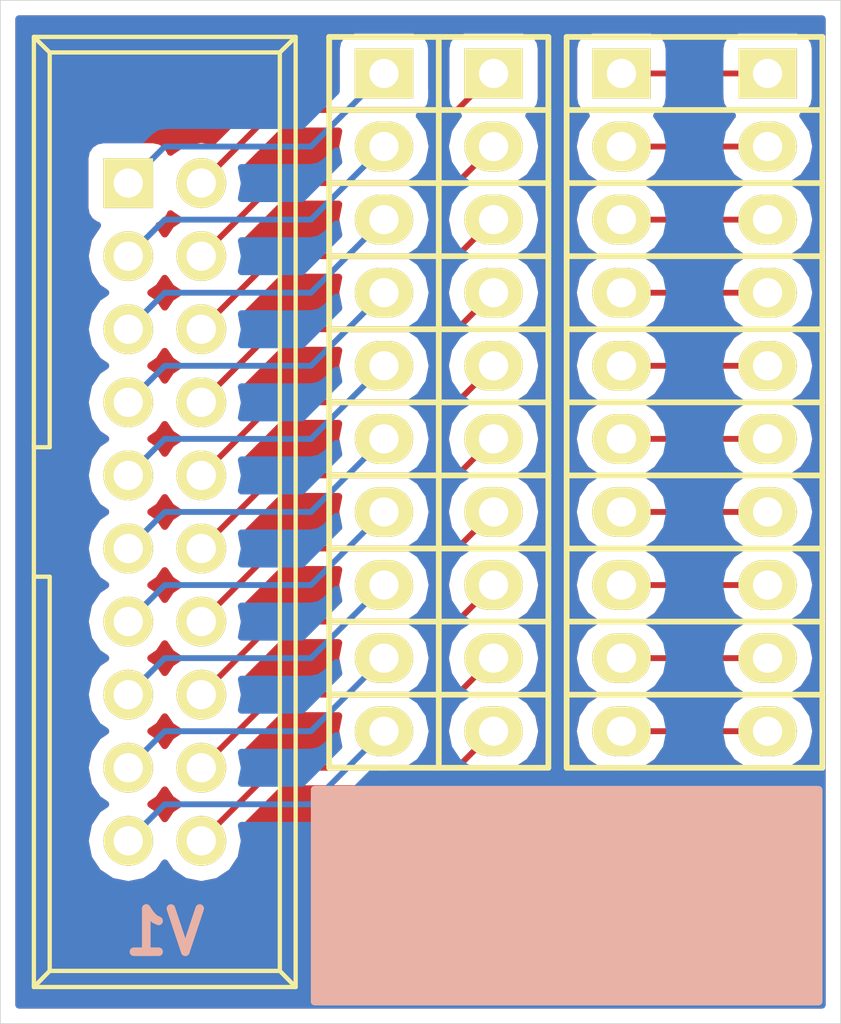
<source format=kicad_pcb>
(kicad_pcb (version 4) (host pcbnew 4.0.2+dfsg1-stable)

  (general
    (links 30)
    (no_connects 0)
    (area 144.132299 73.647299 173.367701 109.232701)
    (thickness 1.6)
    (drawings 32)
    (tracks 70)
    (zones 0)
    (modules 5)
    (nets 31)
  )

  (page A4)
  (layers
    (0 F.Cu signal)
    (31 B.Cu signal)
    (32 B.Adhes user)
    (33 F.Adhes user)
    (34 B.Paste user)
    (35 F.Paste user)
    (36 B.SilkS user)
    (37 F.SilkS user)
    (38 B.Mask user)
    (39 F.Mask user)
    (40 Dwgs.User user)
    (41 Cmts.User user)
    (42 Eco1.User user)
    (43 Eco2.User user)
    (44 Edge.Cuts user)
    (45 Margin user)
    (46 B.CrtYd user)
    (47 F.CrtYd user)
    (48 B.Fab user)
    (49 F.Fab user)
  )

  (setup
    (last_trace_width 0.2032)
    (trace_clearance 0.254)
    (zone_clearance 0.508)
    (zone_45_only no)
    (trace_min 0.2)
    (segment_width 0.2)
    (edge_width 0.0254)
    (via_size 0.6)
    (via_drill 0.4)
    (via_min_size 0.4)
    (via_min_drill 0.3)
    (uvia_size 0.3)
    (uvia_drill 0.1)
    (uvias_allowed no)
    (uvia_min_size 0)
    (uvia_min_drill 0)
    (pcb_text_width 0.3)
    (pcb_text_size 1.5 1.5)
    (mod_edge_width 0.15)
    (mod_text_size 1 1)
    (mod_text_width 0.15)
    (pad_size 1.524 1.524)
    (pad_drill 0.762)
    (pad_to_mask_clearance 0.2)
    (aux_axis_origin 0 0)
    (visible_elements FFFFFF7F)
    (pcbplotparams
      (layerselection 0x010f0_80000001)
      (usegerberextensions false)
      (excludeedgelayer true)
      (linewidth 0.100000)
      (plotframeref false)
      (viasonmask false)
      (mode 1)
      (useauxorigin false)
      (hpglpennumber 1)
      (hpglpenspeed 20)
      (hpglpendiameter 15)
      (hpglpenoverlay 2)
      (psnegative false)
      (psa4output false)
      (plotreference true)
      (plotvalue true)
      (plotinvisibletext false)
      (padsonsilk false)
      (subtractmaskfromsilk false)
      (outputformat 1)
      (mirror false)
      (drillshape 0)
      (scaleselection 1)
      (outputdirectory ""))
  )

  (net 0 "")
  (net 1 /N01)
  (net 2 /N02)
  (net 3 /N03)
  (net 4 /N04)
  (net 5 /N05)
  (net 6 /N06)
  (net 7 /N07)
  (net 8 /N08)
  (net 9 /N09)
  (net 10 /N10)
  (net 11 /N11)
  (net 12 /N12)
  (net 13 /N13)
  (net 14 /N14)
  (net 15 /N15)
  (net 16 /N16)
  (net 17 /N17)
  (net 18 /N18)
  (net 19 /N19)
  (net 20 /N20)
  (net 21 "Net-(P4-Pad1)")
  (net 22 "Net-(P4-Pad2)")
  (net 23 "Net-(P4-Pad3)")
  (net 24 "Net-(P4-Pad4)")
  (net 25 "Net-(P4-Pad5)")
  (net 26 "Net-(P4-Pad6)")
  (net 27 "Net-(P4-Pad7)")
  (net 28 "Net-(P4-Pad8)")
  (net 29 "Net-(P4-Pad9)")
  (net 30 "Net-(P4-Pad10)")

  (net_class Default "This is the default net class."
    (clearance 0.254)
    (trace_width 0.2032)
    (via_dia 0.6)
    (via_drill 0.4)
    (uvia_dia 0.3)
    (uvia_drill 0.1)
    (add_net /N01)
    (add_net /N02)
    (add_net /N03)
    (add_net /N04)
    (add_net /N05)
    (add_net /N06)
    (add_net /N07)
    (add_net /N08)
    (add_net /N09)
    (add_net /N10)
    (add_net /N11)
    (add_net /N12)
    (add_net /N13)
    (add_net /N14)
    (add_net /N15)
    (add_net /N16)
    (add_net /N17)
    (add_net /N18)
    (add_net /N19)
    (add_net /N20)
    (add_net "Net-(P4-Pad1)")
    (add_net "Net-(P4-Pad10)")
    (add_net "Net-(P4-Pad2)")
    (add_net "Net-(P4-Pad3)")
    (add_net "Net-(P4-Pad4)")
    (add_net "Net-(P4-Pad5)")
    (add_net "Net-(P4-Pad6)")
    (add_net "Net-(P4-Pad7)")
    (add_net "Net-(P4-Pad8)")
    (add_net "Net-(P4-Pad9)")
  )

  (module Pin_Headers:Pin_Header_Straight_1x10 (layer F.Cu) (tedit 58764562) (tstamp 5875441B)
    (at 157.48 76.2)
    (descr "Through hole pin header")
    (tags "pin header")
    (path /587545DB)
    (fp_text reference P2 (at 0 11.43) (layer F.SilkS) hide
      (effects (font (size 1 1) (thickness 0.15)))
    )
    (fp_text value CONN_01X10 (at 0 11.43 90) (layer F.Fab) hide
      (effects (font (size 1 1) (thickness 0.15)))
    )
    (fp_line (start -1.75 -1.75) (end -1.75 24.65) (layer F.CrtYd) (width 0.05))
    (fp_line (start 1.75 -1.75) (end 1.75 24.65) (layer F.CrtYd) (width 0.05))
    (fp_line (start -1.75 -1.75) (end 1.75 -1.75) (layer F.CrtYd) (width 0.05))
    (fp_line (start -1.75 24.65) (end 1.75 24.65) (layer F.CrtYd) (width 0.05))
    (pad 1 thru_hole rect (at 0 0) (size 2.032 1.7272) (drill 1.016) (layers *.Cu *.Mask F.SilkS)
      (net 1 /N01))
    (pad 2 thru_hole oval (at 0 2.54) (size 2.032 1.7272) (drill 1.016) (layers *.Cu *.Mask F.SilkS)
      (net 3 /N03))
    (pad 3 thru_hole oval (at 0 5.08) (size 2.032 1.7272) (drill 1.016) (layers *.Cu *.Mask F.SilkS)
      (net 5 /N05))
    (pad 4 thru_hole oval (at 0 7.62) (size 2.032 1.7272) (drill 1.016) (layers *.Cu *.Mask F.SilkS)
      (net 7 /N07))
    (pad 5 thru_hole oval (at 0 10.16) (size 2.032 1.7272) (drill 1.016) (layers *.Cu *.Mask F.SilkS)
      (net 9 /N09))
    (pad 6 thru_hole oval (at 0 12.7) (size 2.032 1.7272) (drill 1.016) (layers *.Cu *.Mask F.SilkS)
      (net 11 /N11))
    (pad 7 thru_hole oval (at 0 15.24) (size 2.032 1.7272) (drill 1.016) (layers *.Cu *.Mask F.SilkS)
      (net 13 /N13))
    (pad 8 thru_hole oval (at 0 17.78) (size 2.032 1.7272) (drill 1.016) (layers *.Cu *.Mask F.SilkS)
      (net 15 /N15))
    (pad 9 thru_hole oval (at 0 20.32) (size 2.032 1.7272) (drill 1.016) (layers *.Cu *.Mask F.SilkS)
      (net 17 /N17))
    (pad 10 thru_hole oval (at 0 22.86) (size 2.032 1.7272) (drill 1.016) (layers *.Cu *.Mask F.SilkS)
      (net 19 /N19))
    (model Pin_Headers.3dshapes/Pin_Header_Straight_1x10.wrl
      (at (xyz 0 -0.45 0))
      (scale (xyz 1 1 1))
      (rotate (xyz 0 0 90))
    )
  )

  (module Pin_Headers:Pin_Header_Straight_1x10 (layer F.Cu) (tedit 58764555) (tstamp 58754428)
    (at 161.29 76.2)
    (descr "Through hole pin header")
    (tags "pin header")
    (path /58754595)
    (fp_text reference P3 (at 0 11.43) (layer F.SilkS) hide
      (effects (font (size 1 1) (thickness 0.15)))
    )
    (fp_text value CONN_01X10 (at 0 11.43 90) (layer F.Fab) hide
      (effects (font (size 1 1) (thickness 0.15)))
    )
    (fp_line (start -1.75 -1.75) (end -1.75 24.65) (layer F.CrtYd) (width 0.05))
    (fp_line (start 1.75 -1.75) (end 1.75 24.65) (layer F.CrtYd) (width 0.05))
    (fp_line (start -1.75 -1.75) (end 1.75 -1.75) (layer F.CrtYd) (width 0.05))
    (fp_line (start -1.75 24.65) (end 1.75 24.65) (layer F.CrtYd) (width 0.05))
    (pad 1 thru_hole rect (at 0 0) (size 2.032 1.7272) (drill 1.016) (layers *.Cu *.Mask F.SilkS)
      (net 2 /N02))
    (pad 2 thru_hole oval (at 0 2.54) (size 2.032 1.7272) (drill 1.016) (layers *.Cu *.Mask F.SilkS)
      (net 4 /N04))
    (pad 3 thru_hole oval (at 0 5.08) (size 2.032 1.7272) (drill 1.016) (layers *.Cu *.Mask F.SilkS)
      (net 6 /N06))
    (pad 4 thru_hole oval (at 0 7.62) (size 2.032 1.7272) (drill 1.016) (layers *.Cu *.Mask F.SilkS)
      (net 8 /N08))
    (pad 5 thru_hole oval (at 0 10.16) (size 2.032 1.7272) (drill 1.016) (layers *.Cu *.Mask F.SilkS)
      (net 10 /N10))
    (pad 6 thru_hole oval (at 0 12.7) (size 2.032 1.7272) (drill 1.016) (layers *.Cu *.Mask F.SilkS)
      (net 12 /N12))
    (pad 7 thru_hole oval (at 0 15.24) (size 2.032 1.7272) (drill 1.016) (layers *.Cu *.Mask F.SilkS)
      (net 14 /N14))
    (pad 8 thru_hole oval (at 0 17.78) (size 2.032 1.7272) (drill 1.016) (layers *.Cu *.Mask F.SilkS)
      (net 16 /N16))
    (pad 9 thru_hole oval (at 0 20.32) (size 2.032 1.7272) (drill 1.016) (layers *.Cu *.Mask F.SilkS)
      (net 18 /N18))
    (pad 10 thru_hole oval (at 0 22.86) (size 2.032 1.7272) (drill 1.016) (layers *.Cu *.Mask F.SilkS)
      (net 20 /N20))
    (model Pin_Headers.3dshapes/Pin_Header_Straight_1x10.wrl
      (at (xyz 0 -0.45 0))
      (scale (xyz 1 1 1))
      (rotate (xyz 0 0 90))
    )
  )

  (module Pin_Headers:Pin_Header_Straight_1x10 (layer F.Cu) (tedit 587545AF) (tstamp 58754442)
    (at 165.735 76.2)
    (descr "Through hole pin header")
    (tags "pin header")
    (path /587546E8)
    (fp_text reference P4 (at 0 11.43) (layer F.SilkS) hide
      (effects (font (size 1 1) (thickness 0.15)))
    )
    (fp_text value CONN_01X10 (at 0 11.43 90) (layer F.Fab) hide
      (effects (font (size 1 1) (thickness 0.15)))
    )
    (fp_line (start -1.75 -1.75) (end -1.75 24.65) (layer F.CrtYd) (width 0.05))
    (fp_line (start 1.75 -1.75) (end 1.75 24.65) (layer F.CrtYd) (width 0.05))
    (fp_line (start -1.75 -1.75) (end 1.75 -1.75) (layer F.CrtYd) (width 0.05))
    (fp_line (start -1.75 24.65) (end 1.75 24.65) (layer F.CrtYd) (width 0.05))
    (pad 1 thru_hole rect (at 0 0) (size 2.032 1.7272) (drill 1.016) (layers *.Cu *.Mask F.SilkS)
      (net 21 "Net-(P4-Pad1)"))
    (pad 2 thru_hole oval (at 0 2.54) (size 2.032 1.7272) (drill 1.016) (layers *.Cu *.Mask F.SilkS)
      (net 22 "Net-(P4-Pad2)"))
    (pad 3 thru_hole oval (at 0 5.08) (size 2.032 1.7272) (drill 1.016) (layers *.Cu *.Mask F.SilkS)
      (net 23 "Net-(P4-Pad3)"))
    (pad 4 thru_hole oval (at 0 7.62) (size 2.032 1.7272) (drill 1.016) (layers *.Cu *.Mask F.SilkS)
      (net 24 "Net-(P4-Pad4)"))
    (pad 5 thru_hole oval (at 0 10.16) (size 2.032 1.7272) (drill 1.016) (layers *.Cu *.Mask F.SilkS)
      (net 25 "Net-(P4-Pad5)"))
    (pad 6 thru_hole oval (at 0 12.7) (size 2.032 1.7272) (drill 1.016) (layers *.Cu *.Mask F.SilkS)
      (net 26 "Net-(P4-Pad6)"))
    (pad 7 thru_hole oval (at 0 15.24) (size 2.032 1.7272) (drill 1.016) (layers *.Cu *.Mask F.SilkS)
      (net 27 "Net-(P4-Pad7)"))
    (pad 8 thru_hole oval (at 0 17.78) (size 2.032 1.7272) (drill 1.016) (layers *.Cu *.Mask F.SilkS)
      (net 28 "Net-(P4-Pad8)"))
    (pad 9 thru_hole oval (at 0 20.32) (size 2.032 1.7272) (drill 1.016) (layers *.Cu *.Mask F.SilkS)
      (net 29 "Net-(P4-Pad9)"))
    (pad 10 thru_hole oval (at 0 22.86) (size 2.032 1.7272) (drill 1.016) (layers *.Cu *.Mask F.SilkS)
      (net 30 "Net-(P4-Pad10)"))
    (model Pin_Headers.3dshapes/Pin_Header_Straight_1x10.wrl
      (at (xyz 0 -0.45 0))
      (scale (xyz 1 1 1))
      (rotate (xyz 0 0 90))
    )
  )

  (module Pin_Headers:Pin_Header_Straight_1x10 (layer F.Cu) (tedit 587544F3) (tstamp 58754450)
    (at 170.815 76.2)
    (descr "Through hole pin header")
    (tags "pin header")
    (path /5875466F)
    (fp_text reference P5 (at 0 11.43) (layer F.SilkS) hide
      (effects (font (size 1 1) (thickness 0.15)))
    )
    (fp_text value CONN_01X10 (at 0 11.43 90) (layer F.Fab) hide
      (effects (font (size 1 1) (thickness 0.15)))
    )
    (fp_line (start -1.75 -1.75) (end -1.75 24.65) (layer F.CrtYd) (width 0.05))
    (fp_line (start 1.75 -1.75) (end 1.75 24.65) (layer F.CrtYd) (width 0.05))
    (fp_line (start -1.75 -1.75) (end 1.75 -1.75) (layer F.CrtYd) (width 0.05))
    (fp_line (start -1.75 24.65) (end 1.75 24.65) (layer F.CrtYd) (width 0.05))
    (pad 1 thru_hole rect (at 0 0) (size 2.032 1.7272) (drill 1.016) (layers *.Cu *.Mask F.SilkS)
      (net 21 "Net-(P4-Pad1)"))
    (pad 2 thru_hole oval (at 0 2.54) (size 2.032 1.7272) (drill 1.016) (layers *.Cu *.Mask F.SilkS)
      (net 22 "Net-(P4-Pad2)"))
    (pad 3 thru_hole oval (at 0 5.08) (size 2.032 1.7272) (drill 1.016) (layers *.Cu *.Mask F.SilkS)
      (net 23 "Net-(P4-Pad3)"))
    (pad 4 thru_hole oval (at 0 7.62) (size 2.032 1.7272) (drill 1.016) (layers *.Cu *.Mask F.SilkS)
      (net 24 "Net-(P4-Pad4)"))
    (pad 5 thru_hole oval (at 0 10.16) (size 2.032 1.7272) (drill 1.016) (layers *.Cu *.Mask F.SilkS)
      (net 25 "Net-(P4-Pad5)"))
    (pad 6 thru_hole oval (at 0 12.7) (size 2.032 1.7272) (drill 1.016) (layers *.Cu *.Mask F.SilkS)
      (net 26 "Net-(P4-Pad6)"))
    (pad 7 thru_hole oval (at 0 15.24) (size 2.032 1.7272) (drill 1.016) (layers *.Cu *.Mask F.SilkS)
      (net 27 "Net-(P4-Pad7)"))
    (pad 8 thru_hole oval (at 0 17.78) (size 2.032 1.7272) (drill 1.016) (layers *.Cu *.Mask F.SilkS)
      (net 28 "Net-(P4-Pad8)"))
    (pad 9 thru_hole oval (at 0 20.32) (size 2.032 1.7272) (drill 1.016) (layers *.Cu *.Mask F.SilkS)
      (net 29 "Net-(P4-Pad9)"))
    (pad 10 thru_hole oval (at 0 22.86) (size 2.032 1.7272) (drill 1.016) (layers *.Cu *.Mask F.SilkS)
      (net 30 "Net-(P4-Pad10)"))
    (model Pin_Headers.3dshapes/Pin_Header_Straight_1x10.wrl
      (at (xyz 0 -0.45 0))
      (scale (xyz 1 1 1))
      (rotate (xyz 0 0 90))
    )
  )

  (module Connect:IDC_Header_Straight_20pins (layer F.Cu) (tedit 5875404B) (tstamp 58754047)
    (at 148.59 80.01 270)
    (descr "20 pins through hole IDC header")
    (tags "IDC header socket VASCH")
    (path /58753B2C)
    (fp_text reference P1 (at 11.43 -7.62 270) (layer F.SilkS) hide
      (effects (font (size 1 1) (thickness 0.15)))
    )
    (fp_text value ARMJTAG20_IDC (at 11.43 1.27 270) (layer F.Fab) hide
      (effects (font (size 1 1) (thickness 0.15)))
    )
    (fp_line (start -5.08 -5.82) (end 27.94 -5.82) (layer F.SilkS) (width 0.15))
    (fp_line (start -4.54 -5.27) (end 27.38 -5.27) (layer F.SilkS) (width 0.15))
    (fp_line (start -5.08 3.28) (end 27.94 3.28) (layer F.SilkS) (width 0.15))
    (fp_line (start -4.54 2.73) (end 9.18 2.73) (layer F.SilkS) (width 0.15))
    (fp_line (start 13.68 2.73) (end 27.38 2.73) (layer F.SilkS) (width 0.15))
    (fp_line (start 9.18 2.73) (end 9.18 3.28) (layer F.SilkS) (width 0.15))
    (fp_line (start 13.68 2.73) (end 13.68 3.28) (layer F.SilkS) (width 0.15))
    (fp_line (start -5.08 -5.82) (end -5.08 3.28) (layer F.SilkS) (width 0.15))
    (fp_line (start -4.54 -5.27) (end -4.54 2.73) (layer F.SilkS) (width 0.15))
    (fp_line (start 27.94 -5.82) (end 27.94 3.28) (layer F.SilkS) (width 0.15))
    (fp_line (start 27.38 -5.27) (end 27.38 2.73) (layer F.SilkS) (width 0.15))
    (fp_line (start -5.08 -5.82) (end -4.54 -5.27) (layer F.SilkS) (width 0.15))
    (fp_line (start 27.94 -5.82) (end 27.38 -5.27) (layer F.SilkS) (width 0.15))
    (fp_line (start -5.08 3.28) (end -4.54 2.73) (layer F.SilkS) (width 0.15))
    (fp_line (start 27.94 3.28) (end 27.38 2.73) (layer F.SilkS) (width 0.15))
    (fp_line (start -5.35 -6.05) (end 28.2 -6.05) (layer F.CrtYd) (width 0.05))
    (fp_line (start 28.2 -6.05) (end 28.2 3.55) (layer F.CrtYd) (width 0.05))
    (fp_line (start 28.2 3.55) (end -5.35 3.55) (layer F.CrtYd) (width 0.05))
    (fp_line (start -5.35 3.55) (end -5.35 -6.05) (layer F.CrtYd) (width 0.05))
    (pad 1 thru_hole rect (at 0 0 270) (size 1.7272 1.7272) (drill 1.016) (layers *.Cu *.Mask F.SilkS)
      (net 1 /N01))
    (pad 2 thru_hole oval (at 0 -2.54 270) (size 1.7272 1.7272) (drill 1.016) (layers *.Cu *.Mask F.SilkS)
      (net 2 /N02))
    (pad 3 thru_hole oval (at 2.54 0 270) (size 1.7272 1.7272) (drill 1.016) (layers *.Cu *.Mask F.SilkS)
      (net 3 /N03))
    (pad 4 thru_hole oval (at 2.54 -2.54 270) (size 1.7272 1.7272) (drill 1.016) (layers *.Cu *.Mask F.SilkS)
      (net 4 /N04))
    (pad 5 thru_hole oval (at 5.08 0 270) (size 1.7272 1.7272) (drill 1.016) (layers *.Cu *.Mask F.SilkS)
      (net 5 /N05))
    (pad 6 thru_hole oval (at 5.08 -2.54 270) (size 1.7272 1.7272) (drill 1.016) (layers *.Cu *.Mask F.SilkS)
      (net 6 /N06))
    (pad 7 thru_hole oval (at 7.62 0 270) (size 1.7272 1.7272) (drill 1.016) (layers *.Cu *.Mask F.SilkS)
      (net 7 /N07))
    (pad 8 thru_hole oval (at 7.62 -2.54 270) (size 1.7272 1.7272) (drill 1.016) (layers *.Cu *.Mask F.SilkS)
      (net 8 /N08))
    (pad 9 thru_hole oval (at 10.16 0 270) (size 1.7272 1.7272) (drill 1.016) (layers *.Cu *.Mask F.SilkS)
      (net 9 /N09))
    (pad 10 thru_hole oval (at 10.16 -2.54 270) (size 1.7272 1.7272) (drill 1.016) (layers *.Cu *.Mask F.SilkS)
      (net 10 /N10))
    (pad 11 thru_hole oval (at 12.7 0 270) (size 1.7272 1.7272) (drill 1.016) (layers *.Cu *.Mask F.SilkS)
      (net 11 /N11))
    (pad 12 thru_hole oval (at 12.7 -2.54 270) (size 1.7272 1.7272) (drill 1.016) (layers *.Cu *.Mask F.SilkS)
      (net 12 /N12))
    (pad 13 thru_hole oval (at 15.24 0 270) (size 1.7272 1.7272) (drill 1.016) (layers *.Cu *.Mask F.SilkS)
      (net 13 /N13))
    (pad 14 thru_hole oval (at 15.24 -2.54 270) (size 1.7272 1.7272) (drill 1.016) (layers *.Cu *.Mask F.SilkS)
      (net 14 /N14))
    (pad 15 thru_hole oval (at 17.78 0 270) (size 1.7272 1.7272) (drill 1.016) (layers *.Cu *.Mask F.SilkS)
      (net 15 /N15))
    (pad 16 thru_hole oval (at 17.78 -2.54 270) (size 1.7272 1.7272) (drill 1.016) (layers *.Cu *.Mask F.SilkS)
      (net 16 /N16))
    (pad 17 thru_hole oval (at 20.32 0 270) (size 1.7272 1.7272) (drill 1.016) (layers *.Cu *.Mask F.SilkS)
      (net 17 /N17))
    (pad 18 thru_hole oval (at 20.32 -2.54 270) (size 1.7272 1.7272) (drill 1.016) (layers *.Cu *.Mask F.SilkS)
      (net 18 /N18))
    (pad 19 thru_hole oval (at 22.86 0 270) (size 1.7272 1.7272) (drill 1.016) (layers *.Cu *.Mask F.SilkS)
      (net 19 /N19))
    (pad 20 thru_hole oval (at 22.86 -2.54 270) (size 1.7272 1.7272) (drill 1.016) (layers *.Cu *.Mask F.SilkS)
      (net 20 /N20))
  )

  (gr_line (start 144.145 109.22) (end 144.145 73.66) (angle 90) (layer Edge.Cuts) (width 0.0254))
  (gr_line (start 173.355 109.22) (end 144.145 109.22) (angle 90) (layer Edge.Cuts) (width 0.0254))
  (gr_line (start 173.355 73.66) (end 173.355 109.22) (angle 90) (layer Edge.Cuts) (width 0.0254))
  (gr_line (start 144.145 73.66) (end 173.355 73.66) (angle 90) (layer Edge.Cuts) (width 0.0254))
  (gr_line (start 155.575 77.47) (end 163.195 77.47) (angle 90) (layer F.SilkS) (width 0.2))
  (gr_line (start 163.195 80.01) (end 155.575 80.01) (angle 90) (layer F.SilkS) (width 0.2))
  (gr_line (start 155.575 82.55) (end 163.195 82.55) (angle 90) (layer F.SilkS) (width 0.2))
  (gr_line (start 163.195 85.09) (end 155.575 85.09) (angle 90) (layer F.SilkS) (width 0.2))
  (gr_line (start 155.575 87.63) (end 163.195 87.63) (angle 90) (layer F.SilkS) (width 0.2))
  (gr_line (start 163.195 90.17) (end 155.575 90.17) (angle 90) (layer F.SilkS) (width 0.2))
  (gr_line (start 155.575 92.71) (end 163.195 92.71) (angle 90) (layer F.SilkS) (width 0.2))
  (gr_line (start 163.195 95.25) (end 155.575 95.25) (angle 90) (layer F.SilkS) (width 0.2))
  (gr_line (start 155.575 97.79) (end 163.195 97.79) (angle 90) (layer F.SilkS) (width 0.2))
  (gr_line (start 159.385 74.93) (end 159.385 100.33) (angle 90) (layer F.SilkS) (width 0.2))
  (gr_line (start 155.575 100.33) (end 155.575 74.93) (angle 90) (layer F.SilkS) (width 0.2))
  (gr_line (start 163.195 100.33) (end 155.575 100.33) (angle 90) (layer F.SilkS) (width 0.2))
  (gr_line (start 163.195 74.93) (end 163.195 100.33) (angle 90) (layer F.SilkS) (width 0.2))
  (gr_line (start 155.575 74.93) (end 163.195 74.93) (angle 90) (layer F.SilkS) (width 0.2))
  (gr_text V1 (at 149.86 106.045) (layer B.SilkS)
    (effects (font (size 1.5 1.5) (thickness 0.3)) (justify mirror))
  )
  (gr_line (start 163.83 100.33) (end 163.83 74.93) (angle 90) (layer F.SilkS) (width 0.2))
  (gr_line (start 172.72 74.93) (end 172.72 100.33) (angle 90) (layer F.SilkS) (width 0.2))
  (gr_line (start 163.83 74.93) (end 172.72 74.93) (angle 90) (layer F.SilkS) (width 0.2))
  (gr_line (start 163.83 100.33) (end 172.72 100.33) (angle 90) (layer F.SilkS) (width 0.2))
  (gr_line (start 172.72 97.79) (end 163.83 97.79) (angle 90) (layer F.SilkS) (width 0.2))
  (gr_line (start 163.83 95.25) (end 172.72 95.25) (angle 90) (layer F.SilkS) (width 0.2))
  (gr_line (start 172.72 92.71) (end 163.83 92.71) (angle 90) (layer F.SilkS) (width 0.2))
  (gr_line (start 172.72 90.17) (end 163.83 90.17) (angle 90) (layer F.SilkS) (width 0.2))
  (gr_line (start 163.83 87.63) (end 172.72 87.63) (angle 90) (layer F.SilkS) (width 0.2))
  (gr_line (start 172.72 85.09) (end 163.83 85.09) (angle 90) (layer F.SilkS) (width 0.2))
  (gr_line (start 163.83 82.55) (end 172.72 82.55) (angle 90) (layer F.SilkS) (width 0.2))
  (gr_line (start 172.72 80.01) (end 163.83 80.01) (angle 90) (layer F.SilkS) (width 0.2))
  (gr_line (start 163.83 77.47) (end 172.72 77.47) (angle 90) (layer F.SilkS) (width 0.2))

  (segment (start 148.59 80.01) (end 149.86 78.74) (width 0.2032) (layer B.Cu) (net 1))
  (segment (start 154.94 78.74) (end 157.48 76.2) (width 0.2032) (layer B.Cu) (net 1) (tstamp 58764455))
  (segment (start 149.86 78.74) (end 154.94 78.74) (width 0.2032) (layer B.Cu) (net 1) (tstamp 58764454))
  (segment (start 161.29 76.2) (end 160.02 77.47) (width 0.2032) (layer F.Cu) (net 2))
  (segment (start 153.67 77.47) (end 151.13 80.01) (width 0.2032) (layer F.Cu) (net 2) (tstamp 58764449))
  (segment (start 160.02 77.47) (end 153.67 77.47) (width 0.2032) (layer F.Cu) (net 2) (tstamp 58764448))
  (segment (start 148.59 82.55) (end 149.86 81.28) (width 0.2032) (layer B.Cu) (net 3))
  (segment (start 154.94 81.28) (end 157.48 78.74) (width 0.2032) (layer B.Cu) (net 3) (tstamp 58764450))
  (segment (start 149.86 81.28) (end 154.94 81.28) (width 0.2032) (layer B.Cu) (net 3) (tstamp 5876444F))
  (segment (start 161.29 78.74) (end 160.02 80.01) (width 0.2032) (layer F.Cu) (net 4))
  (segment (start 153.67 80.01) (end 151.13 82.55) (width 0.2032) (layer F.Cu) (net 4) (tstamp 58764444))
  (segment (start 160.02 80.01) (end 153.67 80.01) (width 0.2032) (layer F.Cu) (net 4) (tstamp 58764443))
  (segment (start 148.59 85.09) (end 149.86 83.82) (width 0.2032) (layer B.Cu) (net 5))
  (segment (start 154.94 83.82) (end 157.48 81.28) (width 0.2032) (layer B.Cu) (net 5) (tstamp 5876445A))
  (segment (start 149.86 83.82) (end 154.94 83.82) (width 0.2032) (layer B.Cu) (net 5) (tstamp 58764459))
  (segment (start 161.29 81.28) (end 160.02 82.55) (width 0.2032) (layer F.Cu) (net 6))
  (segment (start 153.67 82.55) (end 151.13 85.09) (width 0.2032) (layer F.Cu) (net 6) (tstamp 5876443F))
  (segment (start 160.02 82.55) (end 153.67 82.55) (width 0.2032) (layer F.Cu) (net 6) (tstamp 5876443E))
  (segment (start 148.59 87.63) (end 149.86 86.36) (width 0.2032) (layer B.Cu) (net 7))
  (segment (start 154.94 86.36) (end 157.48 83.82) (width 0.2032) (layer B.Cu) (net 7) (tstamp 5876445F))
  (segment (start 149.86 86.36) (end 154.94 86.36) (width 0.2032) (layer B.Cu) (net 7) (tstamp 5876445E))
  (segment (start 161.29 83.82) (end 160.02 85.09) (width 0.2032) (layer F.Cu) (net 8))
  (segment (start 153.67 85.09) (end 151.13 87.63) (width 0.2032) (layer F.Cu) (net 8) (tstamp 5876443A))
  (segment (start 160.02 85.09) (end 153.67 85.09) (width 0.2032) (layer F.Cu) (net 8) (tstamp 58764439))
  (segment (start 148.59 90.17) (end 149.86 88.9) (width 0.2032) (layer B.Cu) (net 9))
  (segment (start 154.94 88.9) (end 157.48 86.36) (width 0.2032) (layer B.Cu) (net 9) (tstamp 58764464))
  (segment (start 149.86 88.9) (end 154.94 88.9) (width 0.2032) (layer B.Cu) (net 9) (tstamp 58764463))
  (segment (start 161.29 86.36) (end 160.02 87.63) (width 0.2032) (layer F.Cu) (net 10))
  (segment (start 153.67 87.63) (end 151.13 90.17) (width 0.2032) (layer F.Cu) (net 10) (tstamp 58764435))
  (segment (start 160.02 87.63) (end 153.67 87.63) (width 0.2032) (layer F.Cu) (net 10) (tstamp 58764434))
  (segment (start 148.59 92.71) (end 149.86 91.44) (width 0.2032) (layer B.Cu) (net 11))
  (segment (start 154.94 91.44) (end 157.48 88.9) (width 0.2032) (layer B.Cu) (net 11) (tstamp 58764469))
  (segment (start 149.86 91.44) (end 154.94 91.44) (width 0.2032) (layer B.Cu) (net 11) (tstamp 58764468))
  (segment (start 161.29 88.9) (end 160.02 90.17) (width 0.2032) (layer F.Cu) (net 12))
  (segment (start 153.67 90.17) (end 151.13 92.71) (width 0.2032) (layer F.Cu) (net 12) (tstamp 58764430))
  (segment (start 160.02 90.17) (end 153.67 90.17) (width 0.2032) (layer F.Cu) (net 12) (tstamp 5876442F))
  (segment (start 148.59 95.25) (end 149.86 93.98) (width 0.2032) (layer B.Cu) (net 13))
  (segment (start 154.94 93.98) (end 157.48 91.44) (width 0.2032) (layer B.Cu) (net 13) (tstamp 5876446E))
  (segment (start 149.86 93.98) (end 154.94 93.98) (width 0.2032) (layer B.Cu) (net 13) (tstamp 5876446D))
  (segment (start 161.29 91.44) (end 160.02 92.71) (width 0.2032) (layer F.Cu) (net 14))
  (segment (start 153.67 92.71) (end 151.13 95.25) (width 0.2032) (layer F.Cu) (net 14) (tstamp 5876442B))
  (segment (start 160.02 92.71) (end 153.67 92.71) (width 0.2032) (layer F.Cu) (net 14) (tstamp 5876442A))
  (segment (start 148.59 97.79) (end 149.86 96.52) (width 0.2032) (layer B.Cu) (net 15))
  (segment (start 154.94 96.52) (end 157.48 93.98) (width 0.2032) (layer B.Cu) (net 15) (tstamp 58764473))
  (segment (start 149.86 96.52) (end 154.94 96.52) (width 0.2032) (layer B.Cu) (net 15) (tstamp 58764472))
  (segment (start 161.29 93.98) (end 160.02 95.25) (width 0.2032) (layer F.Cu) (net 16))
  (segment (start 153.67 95.25) (end 151.13 97.79) (width 0.2032) (layer F.Cu) (net 16) (tstamp 58764424))
  (segment (start 160.02 95.25) (end 153.67 95.25) (width 0.2032) (layer F.Cu) (net 16) (tstamp 58764423))
  (segment (start 148.59 100.33) (end 149.86 99.06) (width 0.2032) (layer B.Cu) (net 17))
  (segment (start 154.94 99.06) (end 157.48 96.52) (width 0.2032) (layer B.Cu) (net 17) (tstamp 58764478))
  (segment (start 149.86 99.06) (end 154.94 99.06) (width 0.2032) (layer B.Cu) (net 17) (tstamp 58764477))
  (segment (start 161.29 96.52) (end 160.02 97.79) (width 0.2032) (layer F.Cu) (net 18))
  (segment (start 153.67 97.79) (end 151.13 100.33) (width 0.2032) (layer F.Cu) (net 18) (tstamp 5876441F))
  (segment (start 160.02 97.79) (end 153.67 97.79) (width 0.2032) (layer F.Cu) (net 18) (tstamp 5876441E))
  (segment (start 148.59 102.87) (end 149.86 101.6) (width 0.2032) (layer B.Cu) (net 19))
  (segment (start 154.94 101.6) (end 157.48 99.06) (width 0.2032) (layer B.Cu) (net 19) (tstamp 5876447D))
  (segment (start 149.86 101.6) (end 154.94 101.6) (width 0.2032) (layer B.Cu) (net 19) (tstamp 5876447C))
  (segment (start 161.29 99.06) (end 160.02 100.33) (width 0.2032) (layer F.Cu) (net 20))
  (segment (start 153.67 100.33) (end 151.13 102.87) (width 0.2032) (layer F.Cu) (net 20) (tstamp 58764482))
  (segment (start 160.02 100.33) (end 153.67 100.33) (width 0.2032) (layer F.Cu) (net 20) (tstamp 58764481))
  (segment (start 170.815 76.2) (end 165.735 76.2) (width 0.2032) (layer F.Cu) (net 21))
  (segment (start 165.735 78.74) (end 170.815 78.74) (width 0.2032) (layer F.Cu) (net 22))
  (segment (start 170.815 81.28) (end 165.735 81.28) (width 0.2032) (layer F.Cu) (net 23))
  (segment (start 165.735 83.82) (end 170.815 83.82) (width 0.2032) (layer F.Cu) (net 24))
  (segment (start 165.735 86.36) (end 170.815 86.36) (width 0.2032) (layer F.Cu) (net 25))
  (segment (start 170.815 88.9) (end 165.735 88.9) (width 0.2032) (layer F.Cu) (net 26))
  (segment (start 165.735 91.44) (end 170.815 91.44) (width 0.2032) (layer F.Cu) (net 27))
  (segment (start 170.815 93.98) (end 165.735 93.98) (width 0.2032) (layer F.Cu) (net 28))
  (segment (start 165.735 96.52) (end 170.815 96.52) (width 0.2032) (layer F.Cu) (net 29))
  (segment (start 165.735 99.06) (end 170.815 99.06) (width 0.2032) (layer F.Cu) (net 30))

  (zone (net 0) (net_name "") (layer F.Cu) (tstamp 58754889) (hatch edge 0.508)
    (connect_pads (clearance 0.508))
    (min_thickness 0.254)
    (fill yes (arc_segments 16) (thermal_gap 0.508) (thermal_bridge_width 0.508))
    (polygon
      (pts
        (xy 173.355 109.22) (xy 144.145 109.22) (xy 144.145 73.66) (xy 173.355 73.66) (xy 173.355 109.22)
      )
    )
    (filled_polygon
      (pts
        (xy 172.7073 108.5723) (xy 144.7927 108.5723) (xy 144.7927 79.1464) (xy 147.07896 79.1464) (xy 147.07896 80.8736)
        (xy 147.123238 81.108917) (xy 147.26231 81.325041) (xy 147.47451 81.470031) (xy 147.518345 81.478908) (xy 147.205474 81.947152)
        (xy 147.0914 82.520641) (xy 147.0914 82.579359) (xy 147.205474 83.152848) (xy 147.53033 83.639029) (xy 147.801172 83.82)
        (xy 147.53033 84.000971) (xy 147.205474 84.487152) (xy 147.0914 85.060641) (xy 147.0914 85.119359) (xy 147.205474 85.692848)
        (xy 147.53033 86.179029) (xy 147.801172 86.36) (xy 147.53033 86.540971) (xy 147.205474 87.027152) (xy 147.0914 87.600641)
        (xy 147.0914 87.659359) (xy 147.205474 88.232848) (xy 147.53033 88.719029) (xy 147.801172 88.9) (xy 147.53033 89.080971)
        (xy 147.205474 89.567152) (xy 147.0914 90.140641) (xy 147.0914 90.199359) (xy 147.205474 90.772848) (xy 147.53033 91.259029)
        (xy 147.801172 91.44) (xy 147.53033 91.620971) (xy 147.205474 92.107152) (xy 147.0914 92.680641) (xy 147.0914 92.739359)
        (xy 147.205474 93.312848) (xy 147.53033 93.799029) (xy 147.801172 93.98) (xy 147.53033 94.160971) (xy 147.205474 94.647152)
        (xy 147.0914 95.220641) (xy 147.0914 95.279359) (xy 147.205474 95.852848) (xy 147.53033 96.339029) (xy 147.801172 96.52)
        (xy 147.53033 96.700971) (xy 147.205474 97.187152) (xy 147.0914 97.760641) (xy 147.0914 97.819359) (xy 147.205474 98.392848)
        (xy 147.53033 98.879029) (xy 147.801172 99.06) (xy 147.53033 99.240971) (xy 147.205474 99.727152) (xy 147.0914 100.300641)
        (xy 147.0914 100.359359) (xy 147.205474 100.932848) (xy 147.53033 101.419029) (xy 147.801172 101.6) (xy 147.53033 101.780971)
        (xy 147.205474 102.267152) (xy 147.0914 102.840641) (xy 147.0914 102.899359) (xy 147.205474 103.472848) (xy 147.53033 103.959029)
        (xy 148.016511 104.283885) (xy 148.59 104.397959) (xy 149.163489 104.283885) (xy 149.64967 103.959029) (xy 149.86 103.644248)
        (xy 150.07033 103.959029) (xy 150.556511 104.283885) (xy 151.13 104.397959) (xy 151.703489 104.283885) (xy 152.18967 103.959029)
        (xy 152.514526 103.472848) (xy 152.6286 102.899359) (xy 152.6286 102.840641) (xy 152.557668 102.484042) (xy 153.97511 101.0666)
        (xy 160.02 101.0666) (xy 160.301885 101.01053) (xy 160.540855 100.850855) (xy 160.878262 100.513448) (xy 161.105255 100.5586)
        (xy 161.474745 100.5586) (xy 162.048234 100.444526) (xy 162.534415 100.11967) (xy 162.859271 99.633489) (xy 162.973345 99.06)
        (xy 162.859271 98.486511) (xy 162.534415 98.00033) (xy 162.219634 97.79) (xy 162.534415 97.57967) (xy 162.859271 97.093489)
        (xy 162.973345 96.52) (xy 162.859271 95.946511) (xy 162.534415 95.46033) (xy 162.219634 95.25) (xy 162.534415 95.03967)
        (xy 162.859271 94.553489) (xy 162.973345 93.98) (xy 162.859271 93.406511) (xy 162.534415 92.92033) (xy 162.219634 92.71)
        (xy 162.534415 92.49967) (xy 162.859271 92.013489) (xy 162.973345 91.44) (xy 162.859271 90.866511) (xy 162.534415 90.38033)
        (xy 162.219634 90.17) (xy 162.534415 89.95967) (xy 162.859271 89.473489) (xy 162.973345 88.9) (xy 162.859271 88.326511)
        (xy 162.534415 87.84033) (xy 162.219634 87.63) (xy 162.534415 87.41967) (xy 162.859271 86.933489) (xy 162.973345 86.36)
        (xy 162.859271 85.786511) (xy 162.534415 85.30033) (xy 162.219634 85.09) (xy 162.534415 84.87967) (xy 162.859271 84.393489)
        (xy 162.973345 83.82) (xy 162.859271 83.246511) (xy 162.534415 82.76033) (xy 162.219634 82.55) (xy 162.534415 82.33967)
        (xy 162.859271 81.853489) (xy 162.973345 81.28) (xy 162.859271 80.706511) (xy 162.534415 80.22033) (xy 162.219634 80.01)
        (xy 162.534415 79.79967) (xy 162.859271 79.313489) (xy 162.973345 78.74) (xy 164.051655 78.74) (xy 164.165729 79.313489)
        (xy 164.490585 79.79967) (xy 164.805366 80.01) (xy 164.490585 80.22033) (xy 164.165729 80.706511) (xy 164.051655 81.28)
        (xy 164.165729 81.853489) (xy 164.490585 82.33967) (xy 164.805366 82.55) (xy 164.490585 82.76033) (xy 164.165729 83.246511)
        (xy 164.051655 83.82) (xy 164.165729 84.393489) (xy 164.490585 84.87967) (xy 164.805366 85.09) (xy 164.490585 85.30033)
        (xy 164.165729 85.786511) (xy 164.051655 86.36) (xy 164.165729 86.933489) (xy 164.490585 87.41967) (xy 164.805366 87.63)
        (xy 164.490585 87.84033) (xy 164.165729 88.326511) (xy 164.051655 88.9) (xy 164.165729 89.473489) (xy 164.490585 89.95967)
        (xy 164.805366 90.17) (xy 164.490585 90.38033) (xy 164.165729 90.866511) (xy 164.051655 91.44) (xy 164.165729 92.013489)
        (xy 164.490585 92.49967) (xy 164.805366 92.71) (xy 164.490585 92.92033) (xy 164.165729 93.406511) (xy 164.051655 93.98)
        (xy 164.165729 94.553489) (xy 164.490585 95.03967) (xy 164.805366 95.25) (xy 164.490585 95.46033) (xy 164.165729 95.946511)
        (xy 164.051655 96.52) (xy 164.165729 97.093489) (xy 164.490585 97.57967) (xy 164.805366 97.79) (xy 164.490585 98.00033)
        (xy 164.165729 98.486511) (xy 164.051655 99.06) (xy 164.165729 99.633489) (xy 164.490585 100.11967) (xy 164.976766 100.444526)
        (xy 165.550255 100.5586) (xy 165.919745 100.5586) (xy 166.493234 100.444526) (xy 166.979415 100.11967) (xy 167.195284 99.7966)
        (xy 169.354716 99.7966) (xy 169.570585 100.11967) (xy 170.056766 100.444526) (xy 170.630255 100.5586) (xy 170.999745 100.5586)
        (xy 171.573234 100.444526) (xy 172.059415 100.11967) (xy 172.384271 99.633489) (xy 172.498345 99.06) (xy 172.384271 98.486511)
        (xy 172.059415 98.00033) (xy 171.744634 97.79) (xy 172.059415 97.57967) (xy 172.384271 97.093489) (xy 172.498345 96.52)
        (xy 172.384271 95.946511) (xy 172.059415 95.46033) (xy 171.744634 95.25) (xy 172.059415 95.03967) (xy 172.384271 94.553489)
        (xy 172.498345 93.98) (xy 172.384271 93.406511) (xy 172.059415 92.92033) (xy 171.744634 92.71) (xy 172.059415 92.49967)
        (xy 172.384271 92.013489) (xy 172.498345 91.44) (xy 172.384271 90.866511) (xy 172.059415 90.38033) (xy 171.744634 90.17)
        (xy 172.059415 89.95967) (xy 172.384271 89.473489) (xy 172.498345 88.9) (xy 172.384271 88.326511) (xy 172.059415 87.84033)
        (xy 171.744634 87.63) (xy 172.059415 87.41967) (xy 172.384271 86.933489) (xy 172.498345 86.36) (xy 172.384271 85.786511)
        (xy 172.059415 85.30033) (xy 171.744634 85.09) (xy 172.059415 84.87967) (xy 172.384271 84.393489) (xy 172.498345 83.82)
        (xy 172.384271 83.246511) (xy 172.059415 82.76033) (xy 171.744634 82.55) (xy 172.059415 82.33967) (xy 172.384271 81.853489)
        (xy 172.498345 81.28) (xy 172.384271 80.706511) (xy 172.059415 80.22033) (xy 171.744634 80.01) (xy 172.059415 79.79967)
        (xy 172.384271 79.313489) (xy 172.498345 78.74) (xy 172.384271 78.166511) (xy 172.059415 77.68033) (xy 172.045087 77.670757)
        (xy 172.066317 77.666762) (xy 172.282441 77.52769) (xy 172.427431 77.31549) (xy 172.47844 77.0636) (xy 172.47844 75.3364)
        (xy 172.434162 75.101083) (xy 172.29509 74.884959) (xy 172.08289 74.739969) (xy 171.831 74.68896) (xy 169.799 74.68896)
        (xy 169.563683 74.733238) (xy 169.347559 74.87231) (xy 169.202569 75.08451) (xy 169.15156 75.3364) (xy 169.15156 75.4634)
        (xy 167.39844 75.4634) (xy 167.39844 75.3364) (xy 167.354162 75.101083) (xy 167.21509 74.884959) (xy 167.00289 74.739969)
        (xy 166.751 74.68896) (xy 164.719 74.68896) (xy 164.483683 74.733238) (xy 164.267559 74.87231) (xy 164.122569 75.08451)
        (xy 164.07156 75.3364) (xy 164.07156 77.0636) (xy 164.115838 77.298917) (xy 164.25491 77.515041) (xy 164.46711 77.660031)
        (xy 164.508439 77.6684) (xy 164.490585 77.68033) (xy 164.165729 78.166511) (xy 164.051655 78.74) (xy 162.973345 78.74)
        (xy 162.859271 78.166511) (xy 162.534415 77.68033) (xy 162.520087 77.670757) (xy 162.541317 77.666762) (xy 162.757441 77.52769)
        (xy 162.902431 77.31549) (xy 162.95344 77.0636) (xy 162.95344 75.3364) (xy 162.909162 75.101083) (xy 162.77009 74.884959)
        (xy 162.55789 74.739969) (xy 162.306 74.68896) (xy 160.274 74.68896) (xy 160.038683 74.733238) (xy 159.822559 74.87231)
        (xy 159.677569 75.08451) (xy 159.62656 75.3364) (xy 159.62656 76.7334) (xy 159.14344 76.7334) (xy 159.14344 75.3364)
        (xy 159.099162 75.101083) (xy 158.96009 74.884959) (xy 158.74789 74.739969) (xy 158.496 74.68896) (xy 156.464 74.68896)
        (xy 156.228683 74.733238) (xy 156.012559 74.87231) (xy 155.867569 75.08451) (xy 155.81656 75.3364) (xy 155.81656 76.7334)
        (xy 153.67 76.7334) (xy 153.388115 76.78947) (xy 153.149145 76.949145) (xy 151.535575 78.562715) (xy 151.13 78.482041)
        (xy 150.556511 78.596115) (xy 150.07033 78.920971) (xy 150.061195 78.934642) (xy 150.056762 78.911083) (xy 149.91769 78.694959)
        (xy 149.70549 78.549969) (xy 149.4536 78.49896) (xy 147.7264 78.49896) (xy 147.491083 78.543238) (xy 147.274959 78.68231)
        (xy 147.129969 78.89451) (xy 147.07896 79.1464) (xy 144.7927 79.1464) (xy 144.7927 74.3077) (xy 172.7073 74.3077)
      )
    )
    (filled_polygon
      (pts
        (xy 150.07033 101.419029) (xy 150.341172 101.6) (xy 150.07033 101.780971) (xy 149.86 102.095752) (xy 149.64967 101.780971)
        (xy 149.378828 101.6) (xy 149.64967 101.419029) (xy 149.86 101.104248)
      )
    )
    (filled_polygon
      (pts
        (xy 155.796655 99.06) (xy 155.902755 99.5934) (xy 153.67 99.5934) (xy 153.388115 99.64947) (xy 153.149145 99.809145)
        (xy 152.6286 100.32969) (xy 152.6286 100.300641) (xy 152.557668 99.944042) (xy 153.97511 98.5266) (xy 155.902755 98.5266)
      )
    )
    (filled_polygon
      (pts
        (xy 159.606655 99.06) (xy 159.712755 99.5934) (xy 159.057245 99.5934) (xy 159.163345 99.06) (xy 159.057245 98.5266)
        (xy 159.712755 98.5266)
      )
    )
    (filled_polygon
      (pts
        (xy 150.07033 98.879029) (xy 150.341172 99.06) (xy 150.07033 99.240971) (xy 149.86 99.555752) (xy 149.64967 99.240971)
        (xy 149.378828 99.06) (xy 149.64967 98.879029) (xy 149.86 98.564248)
      )
    )
    (filled_polygon
      (pts
        (xy 155.796655 96.52) (xy 155.902755 97.0534) (xy 153.67 97.0534) (xy 153.388115 97.10947) (xy 153.149145 97.269145)
        (xy 152.6286 97.78969) (xy 152.6286 97.760641) (xy 152.557668 97.404042) (xy 153.97511 95.9866) (xy 155.902755 95.9866)
      )
    )
    (filled_polygon
      (pts
        (xy 159.606655 96.52) (xy 159.712755 97.0534) (xy 159.057245 97.0534) (xy 159.163345 96.52) (xy 159.057245 95.9866)
        (xy 159.712755 95.9866)
      )
    )
    (filled_polygon
      (pts
        (xy 150.07033 96.339029) (xy 150.341172 96.52) (xy 150.07033 96.700971) (xy 149.86 97.015752) (xy 149.64967 96.700971)
        (xy 149.378828 96.52) (xy 149.64967 96.339029) (xy 149.86 96.024248)
      )
    )
    (filled_polygon
      (pts
        (xy 155.796655 93.98) (xy 155.902755 94.5134) (xy 153.67 94.5134) (xy 153.388115 94.56947) (xy 153.149145 94.729145)
        (xy 152.6286 95.24969) (xy 152.6286 95.220641) (xy 152.557668 94.864042) (xy 153.97511 93.4466) (xy 155.902755 93.4466)
      )
    )
    (filled_polygon
      (pts
        (xy 159.606655 93.98) (xy 159.712755 94.5134) (xy 159.057245 94.5134) (xy 159.163345 93.98) (xy 159.057245 93.4466)
        (xy 159.712755 93.4466)
      )
    )
    (filled_polygon
      (pts
        (xy 150.07033 93.799029) (xy 150.341172 93.98) (xy 150.07033 94.160971) (xy 149.86 94.475752) (xy 149.64967 94.160971)
        (xy 149.378828 93.98) (xy 149.64967 93.799029) (xy 149.86 93.484248)
      )
    )
    (filled_polygon
      (pts
        (xy 155.796655 91.44) (xy 155.902755 91.9734) (xy 153.67 91.9734) (xy 153.388115 92.02947) (xy 153.149145 92.189145)
        (xy 152.6286 92.70969) (xy 152.6286 92.680641) (xy 152.557668 92.324042) (xy 153.97511 90.9066) (xy 155.902755 90.9066)
      )
    )
    (filled_polygon
      (pts
        (xy 159.606655 91.44) (xy 159.712755 91.9734) (xy 159.057245 91.9734) (xy 159.163345 91.44) (xy 159.057245 90.9066)
        (xy 159.712755 90.9066)
      )
    )
    (filled_polygon
      (pts
        (xy 150.07033 91.259029) (xy 150.341172 91.44) (xy 150.07033 91.620971) (xy 149.86 91.935752) (xy 149.64967 91.620971)
        (xy 149.378828 91.44) (xy 149.64967 91.259029) (xy 149.86 90.944248)
      )
    )
    (filled_polygon
      (pts
        (xy 155.796655 88.9) (xy 155.902755 89.4334) (xy 153.67 89.4334) (xy 153.388115 89.48947) (xy 153.149145 89.649145)
        (xy 152.6286 90.16969) (xy 152.6286 90.140641) (xy 152.557668 89.784042) (xy 153.97511 88.3666) (xy 155.902755 88.3666)
      )
    )
    (filled_polygon
      (pts
        (xy 159.606655 88.9) (xy 159.712755 89.4334) (xy 159.057245 89.4334) (xy 159.163345 88.9) (xy 159.057245 88.3666)
        (xy 159.712755 88.3666)
      )
    )
    (filled_polygon
      (pts
        (xy 150.07033 88.719029) (xy 150.341172 88.9) (xy 150.07033 89.080971) (xy 149.86 89.395752) (xy 149.64967 89.080971)
        (xy 149.378828 88.9) (xy 149.64967 88.719029) (xy 149.86 88.404248)
      )
    )
    (filled_polygon
      (pts
        (xy 155.796655 86.36) (xy 155.902755 86.8934) (xy 153.67 86.8934) (xy 153.388115 86.94947) (xy 153.149145 87.109145)
        (xy 152.6286 87.62969) (xy 152.6286 87.600641) (xy 152.557668 87.244042) (xy 153.97511 85.8266) (xy 155.902755 85.8266)
      )
    )
    (filled_polygon
      (pts
        (xy 159.606655 86.36) (xy 159.712755 86.8934) (xy 159.057245 86.8934) (xy 159.163345 86.36) (xy 159.057245 85.8266)
        (xy 159.712755 85.8266)
      )
    )
    (filled_polygon
      (pts
        (xy 150.07033 86.179029) (xy 150.341172 86.36) (xy 150.07033 86.540971) (xy 149.86 86.855752) (xy 149.64967 86.540971)
        (xy 149.378828 86.36) (xy 149.64967 86.179029) (xy 149.86 85.864248)
      )
    )
    (filled_polygon
      (pts
        (xy 155.796655 83.82) (xy 155.902755 84.3534) (xy 153.67 84.3534) (xy 153.388115 84.40947) (xy 153.149145 84.569145)
        (xy 152.6286 85.08969) (xy 152.6286 85.060641) (xy 152.557668 84.704042) (xy 153.97511 83.2866) (xy 155.902755 83.2866)
      )
    )
    (filled_polygon
      (pts
        (xy 159.606655 83.82) (xy 159.712755 84.3534) (xy 159.057245 84.3534) (xy 159.163345 83.82) (xy 159.057245 83.2866)
        (xy 159.712755 83.2866)
      )
    )
    (filled_polygon
      (pts
        (xy 150.07033 83.639029) (xy 150.341172 83.82) (xy 150.07033 84.000971) (xy 149.86 84.315752) (xy 149.64967 84.000971)
        (xy 149.378828 83.82) (xy 149.64967 83.639029) (xy 149.86 83.324248)
      )
    )
    (filled_polygon
      (pts
        (xy 155.796655 81.28) (xy 155.902755 81.8134) (xy 153.67 81.8134) (xy 153.388115 81.86947) (xy 153.149145 82.029145)
        (xy 152.6286 82.54969) (xy 152.6286 82.520641) (xy 152.557668 82.164042) (xy 153.97511 80.7466) (xy 155.902755 80.7466)
      )
    )
    (filled_polygon
      (pts
        (xy 159.606655 81.28) (xy 159.712755 81.8134) (xy 159.057245 81.8134) (xy 159.163345 81.28) (xy 159.057245 80.7466)
        (xy 159.712755 80.7466)
      )
    )
    (filled_polygon
      (pts
        (xy 150.07033 81.099029) (xy 150.341172 81.28) (xy 150.07033 81.460971) (xy 149.86 81.775752) (xy 149.663426 81.481558)
        (xy 149.688917 81.476762) (xy 149.905041 81.33769) (xy 150.050031 81.12549) (xy 150.058864 81.081869)
      )
    )
    (filled_polygon
      (pts
        (xy 155.796655 78.74) (xy 155.902755 79.2734) (xy 153.67 79.2734) (xy 153.388115 79.32947) (xy 153.149145 79.489145)
        (xy 152.6286 80.00969) (xy 152.6286 79.980641) (xy 152.557668 79.624042) (xy 153.97511 78.2066) (xy 155.902755 78.2066)
      )
    )
    (filled_polygon
      (pts
        (xy 159.606655 78.74) (xy 159.712755 79.2734) (xy 159.057245 79.2734) (xy 159.163345 78.74) (xy 159.057245 78.2066)
        (xy 159.712755 78.2066)
      )
    )
    (filled_polygon
      (pts
        (xy 169.570585 97.57967) (xy 169.885366 97.79) (xy 169.570585 98.00033) (xy 169.354716 98.3234) (xy 167.195284 98.3234)
        (xy 166.979415 98.00033) (xy 166.664634 97.79) (xy 166.979415 97.57967) (xy 167.195284 97.2566) (xy 169.354716 97.2566)
      )
    )
    (filled_polygon
      (pts
        (xy 169.570585 95.03967) (xy 169.885366 95.25) (xy 169.570585 95.46033) (xy 169.354716 95.7834) (xy 167.195284 95.7834)
        (xy 166.979415 95.46033) (xy 166.664634 95.25) (xy 166.979415 95.03967) (xy 167.195284 94.7166) (xy 169.354716 94.7166)
      )
    )
    (filled_polygon
      (pts
        (xy 169.570585 92.49967) (xy 169.885366 92.71) (xy 169.570585 92.92033) (xy 169.354716 93.2434) (xy 167.195284 93.2434)
        (xy 166.979415 92.92033) (xy 166.664634 92.71) (xy 166.979415 92.49967) (xy 167.195284 92.1766) (xy 169.354716 92.1766)
      )
    )
    (filled_polygon
      (pts
        (xy 169.570585 89.95967) (xy 169.885366 90.17) (xy 169.570585 90.38033) (xy 169.354716 90.7034) (xy 167.195284 90.7034)
        (xy 166.979415 90.38033) (xy 166.664634 90.17) (xy 166.979415 89.95967) (xy 167.195284 89.6366) (xy 169.354716 89.6366)
      )
    )
    (filled_polygon
      (pts
        (xy 169.570585 87.41967) (xy 169.885366 87.63) (xy 169.570585 87.84033) (xy 169.354716 88.1634) (xy 167.195284 88.1634)
        (xy 166.979415 87.84033) (xy 166.664634 87.63) (xy 166.979415 87.41967) (xy 167.195284 87.0966) (xy 169.354716 87.0966)
      )
    )
    (filled_polygon
      (pts
        (xy 169.570585 84.87967) (xy 169.885366 85.09) (xy 169.570585 85.30033) (xy 169.354716 85.6234) (xy 167.195284 85.6234)
        (xy 166.979415 85.30033) (xy 166.664634 85.09) (xy 166.979415 84.87967) (xy 167.195284 84.5566) (xy 169.354716 84.5566)
      )
    )
    (filled_polygon
      (pts
        (xy 169.570585 82.33967) (xy 169.885366 82.55) (xy 169.570585 82.76033) (xy 169.354716 83.0834) (xy 167.195284 83.0834)
        (xy 166.979415 82.76033) (xy 166.664634 82.55) (xy 166.979415 82.33967) (xy 167.195284 82.0166) (xy 169.354716 82.0166)
      )
    )
    (filled_polygon
      (pts
        (xy 169.570585 79.79967) (xy 169.885366 80.01) (xy 169.570585 80.22033) (xy 169.354716 80.5434) (xy 167.195284 80.5434)
        (xy 166.979415 80.22033) (xy 166.664634 80.01) (xy 166.979415 79.79967) (xy 167.195284 79.4766) (xy 169.354716 79.4766)
      )
    )
    (filled_polygon
      (pts
        (xy 169.15156 77.0636) (xy 169.195838 77.298917) (xy 169.33491 77.515041) (xy 169.54711 77.660031) (xy 169.588439 77.6684)
        (xy 169.570585 77.68033) (xy 169.354716 78.0034) (xy 167.195284 78.0034) (xy 166.979415 77.68033) (xy 166.965087 77.670757)
        (xy 166.986317 77.666762) (xy 167.202441 77.52769) (xy 167.347431 77.31549) (xy 167.39844 77.0636) (xy 167.39844 76.9366)
        (xy 169.15156 76.9366)
      )
    )
  )
  (zone (net 0) (net_name "") (layer F.SilkS) (tstamp 587548D4) (hatch edge 0.508)
    (connect_pads (clearance 0.508))
    (min_thickness 0.254)
    (fill yes (arc_segments 16) (thermal_gap 0.508) (thermal_bridge_width 0.508))
    (polygon
      (pts
        (xy 172.72 108.585) (xy 154.94 108.585) (xy 154.94 100.965) (xy 172.72 100.965) (xy 172.72 108.585)
      )
    )
    (filled_polygon
      (pts
        (xy 172.593 108.458) (xy 155.067 108.458) (xy 155.067 101.092) (xy 172.593 101.092)
      )
    )
  )
  (zone (net 0) (net_name "") (layer B.Cu) (tstamp 58754889) (hatch edge 0.508)
    (connect_pads (clearance 0.508))
    (min_thickness 0.254)
    (fill yes (arc_segments 16) (thermal_gap 0.508) (thermal_bridge_width 0.508))
    (polygon
      (pts
        (xy 173.355 109.22) (xy 144.145 109.22) (xy 144.145 73.66) (xy 173.355 73.66) (xy 173.355 109.22)
      )
    )
    (filled_polygon
      (pts
        (xy 172.7073 108.5723) (xy 144.7927 108.5723) (xy 144.7927 79.1464) (xy 147.07896 79.1464) (xy 147.07896 80.8736)
        (xy 147.123238 81.108917) (xy 147.26231 81.325041) (xy 147.47451 81.470031) (xy 147.518345 81.478908) (xy 147.205474 81.947152)
        (xy 147.0914 82.520641) (xy 147.0914 82.579359) (xy 147.205474 83.152848) (xy 147.53033 83.639029) (xy 147.801172 83.82)
        (xy 147.53033 84.000971) (xy 147.205474 84.487152) (xy 147.0914 85.060641) (xy 147.0914 85.119359) (xy 147.205474 85.692848)
        (xy 147.53033 86.179029) (xy 147.801172 86.36) (xy 147.53033 86.540971) (xy 147.205474 87.027152) (xy 147.0914 87.600641)
        (xy 147.0914 87.659359) (xy 147.205474 88.232848) (xy 147.53033 88.719029) (xy 147.801172 88.9) (xy 147.53033 89.080971)
        (xy 147.205474 89.567152) (xy 147.0914 90.140641) (xy 147.0914 90.199359) (xy 147.205474 90.772848) (xy 147.53033 91.259029)
        (xy 147.801172 91.44) (xy 147.53033 91.620971) (xy 147.205474 92.107152) (xy 147.0914 92.680641) (xy 147.0914 92.739359)
        (xy 147.205474 93.312848) (xy 147.53033 93.799029) (xy 147.801172 93.98) (xy 147.53033 94.160971) (xy 147.205474 94.647152)
        (xy 147.0914 95.220641) (xy 147.0914 95.279359) (xy 147.205474 95.852848) (xy 147.53033 96.339029) (xy 147.801172 96.52)
        (xy 147.53033 96.700971) (xy 147.205474 97.187152) (xy 147.0914 97.760641) (xy 147.0914 97.819359) (xy 147.205474 98.392848)
        (xy 147.53033 98.879029) (xy 147.801172 99.06) (xy 147.53033 99.240971) (xy 147.205474 99.727152) (xy 147.0914 100.300641)
        (xy 147.0914 100.359359) (xy 147.205474 100.932848) (xy 147.53033 101.419029) (xy 147.801172 101.6) (xy 147.53033 101.780971)
        (xy 147.205474 102.267152) (xy 147.0914 102.840641) (xy 147.0914 102.899359) (xy 147.205474 103.472848) (xy 147.53033 103.959029)
        (xy 148.016511 104.283885) (xy 148.59 104.397959) (xy 149.163489 104.283885) (xy 149.64967 103.959029) (xy 149.86 103.644248)
        (xy 150.07033 103.959029) (xy 150.556511 104.283885) (xy 151.13 104.397959) (xy 151.703489 104.283885) (xy 152.18967 103.959029)
        (xy 152.514526 103.472848) (xy 152.6286 102.899359) (xy 152.6286 102.840641) (xy 152.52834 102.3366) (xy 154.94 102.3366)
        (xy 155.221885 102.28053) (xy 155.460855 102.120855) (xy 157.068262 100.513448) (xy 157.295255 100.5586) (xy 157.664745 100.5586)
        (xy 158.238234 100.444526) (xy 158.724415 100.11967) (xy 159.049271 99.633489) (xy 159.163345 99.06) (xy 159.049271 98.486511)
        (xy 158.724415 98.00033) (xy 158.409634 97.79) (xy 158.724415 97.57967) (xy 159.049271 97.093489) (xy 159.163345 96.52)
        (xy 159.049271 95.946511) (xy 158.724415 95.46033) (xy 158.409634 95.25) (xy 158.724415 95.03967) (xy 159.049271 94.553489)
        (xy 159.163345 93.98) (xy 159.049271 93.406511) (xy 158.724415 92.92033) (xy 158.409634 92.71) (xy 158.724415 92.49967)
        (xy 159.049271 92.013489) (xy 159.163345 91.44) (xy 159.049271 90.866511) (xy 158.724415 90.38033) (xy 158.409634 90.17)
        (xy 158.724415 89.95967) (xy 159.049271 89.473489) (xy 159.163345 88.9) (xy 159.049271 88.326511) (xy 158.724415 87.84033)
        (xy 158.409634 87.63) (xy 158.724415 87.41967) (xy 159.049271 86.933489) (xy 159.163345 86.36) (xy 159.049271 85.786511)
        (xy 158.724415 85.30033) (xy 158.409634 85.09) (xy 158.724415 84.87967) (xy 159.049271 84.393489) (xy 159.163345 83.82)
        (xy 159.049271 83.246511) (xy 158.724415 82.76033) (xy 158.409634 82.55) (xy 158.724415 82.33967) (xy 159.049271 81.853489)
        (xy 159.163345 81.28) (xy 159.049271 80.706511) (xy 158.724415 80.22033) (xy 158.409634 80.01) (xy 158.724415 79.79967)
        (xy 159.049271 79.313489) (xy 159.163345 78.74) (xy 159.606655 78.74) (xy 159.720729 79.313489) (xy 160.045585 79.79967)
        (xy 160.360366 80.01) (xy 160.045585 80.22033) (xy 159.720729 80.706511) (xy 159.606655 81.28) (xy 159.720729 81.853489)
        (xy 160.045585 82.33967) (xy 160.360366 82.55) (xy 160.045585 82.76033) (xy 159.720729 83.246511) (xy 159.606655 83.82)
        (xy 159.720729 84.393489) (xy 160.045585 84.87967) (xy 160.360366 85.09) (xy 160.045585 85.30033) (xy 159.720729 85.786511)
        (xy 159.606655 86.36) (xy 159.720729 86.933489) (xy 160.045585 87.41967) (xy 160.360366 87.63) (xy 160.045585 87.84033)
        (xy 159.720729 88.326511) (xy 159.606655 88.9) (xy 159.720729 89.473489) (xy 160.045585 89.95967) (xy 160.360366 90.17)
        (xy 160.045585 90.38033) (xy 159.720729 90.866511) (xy 159.606655 91.44) (xy 159.720729 92.013489) (xy 160.045585 92.49967)
        (xy 160.360366 92.71) (xy 160.045585 92.92033) (xy 159.720729 93.406511) (xy 159.606655 93.98) (xy 159.720729 94.553489)
        (xy 160.045585 95.03967) (xy 160.360366 95.25) (xy 160.045585 95.46033) (xy 159.720729 95.946511) (xy 159.606655 96.52)
        (xy 159.720729 97.093489) (xy 160.045585 97.57967) (xy 160.360366 97.79) (xy 160.045585 98.00033) (xy 159.720729 98.486511)
        (xy 159.606655 99.06) (xy 159.720729 99.633489) (xy 160.045585 100.11967) (xy 160.531766 100.444526) (xy 161.105255 100.5586)
        (xy 161.474745 100.5586) (xy 162.048234 100.444526) (xy 162.534415 100.11967) (xy 162.859271 99.633489) (xy 162.973345 99.06)
        (xy 162.859271 98.486511) (xy 162.534415 98.00033) (xy 162.219634 97.79) (xy 162.534415 97.57967) (xy 162.859271 97.093489)
        (xy 162.973345 96.52) (xy 162.859271 95.946511) (xy 162.534415 95.46033) (xy 162.219634 95.25) (xy 162.534415 95.03967)
        (xy 162.859271 94.553489) (xy 162.973345 93.98) (xy 162.859271 93.406511) (xy 162.534415 92.92033) (xy 162.219634 92.71)
        (xy 162.534415 92.49967) (xy 162.859271 92.013489) (xy 162.973345 91.44) (xy 162.859271 90.866511) (xy 162.534415 90.38033)
        (xy 162.219634 90.17) (xy 162.534415 89.95967) (xy 162.859271 89.473489) (xy 162.973345 88.9) (xy 162.859271 88.326511)
        (xy 162.534415 87.84033) (xy 162.219634 87.63) (xy 162.534415 87.41967) (xy 162.859271 86.933489) (xy 162.973345 86.36)
        (xy 162.859271 85.786511) (xy 162.534415 85.30033) (xy 162.219634 85.09) (xy 162.534415 84.87967) (xy 162.859271 84.393489)
        (xy 162.973345 83.82) (xy 162.859271 83.246511) (xy 162.534415 82.76033) (xy 162.219634 82.55) (xy 162.534415 82.33967)
        (xy 162.859271 81.853489) (xy 162.973345 81.28) (xy 162.859271 80.706511) (xy 162.534415 80.22033) (xy 162.219634 80.01)
        (xy 162.534415 79.79967) (xy 162.859271 79.313489) (xy 162.973345 78.74) (xy 164.051655 78.74) (xy 164.165729 79.313489)
        (xy 164.490585 79.79967) (xy 164.805366 80.01) (xy 164.490585 80.22033) (xy 164.165729 80.706511) (xy 164.051655 81.28)
        (xy 164.165729 81.853489) (xy 164.490585 82.33967) (xy 164.805366 82.55) (xy 164.490585 82.76033) (xy 164.165729 83.246511)
        (xy 164.051655 83.82) (xy 164.165729 84.393489) (xy 164.490585 84.87967) (xy 164.805366 85.09) (xy 164.490585 85.30033)
        (xy 164.165729 85.786511) (xy 164.051655 86.36) (xy 164.165729 86.933489) (xy 164.490585 87.41967) (xy 164.805366 87.63)
        (xy 164.490585 87.84033) (xy 164.165729 88.326511) (xy 164.051655 88.9) (xy 164.165729 89.473489) (xy 164.490585 89.95967)
        (xy 164.805366 90.17) (xy 164.490585 90.38033) (xy 164.165729 90.866511) (xy 164.051655 91.44) (xy 164.165729 92.013489)
        (xy 164.490585 92.49967) (xy 164.805366 92.71) (xy 164.490585 92.92033) (xy 164.165729 93.406511) (xy 164.051655 93.98)
        (xy 164.165729 94.553489) (xy 164.490585 95.03967) (xy 164.805366 95.25) (xy 164.490585 95.46033) (xy 164.165729 95.946511)
        (xy 164.051655 96.52) (xy 164.165729 97.093489) (xy 164.490585 97.57967) (xy 164.805366 97.79) (xy 164.490585 98.00033)
        (xy 164.165729 98.486511) (xy 164.051655 99.06) (xy 164.165729 99.633489) (xy 164.490585 100.11967) (xy 164.976766 100.444526)
        (xy 165.550255 100.5586) (xy 165.919745 100.5586) (xy 166.493234 100.444526) (xy 166.979415 100.11967) (xy 167.304271 99.633489)
        (xy 167.418345 99.06) (xy 167.304271 98.486511) (xy 166.979415 98.00033) (xy 166.664634 97.79) (xy 166.979415 97.57967)
        (xy 167.304271 97.093489) (xy 167.418345 96.52) (xy 167.304271 95.946511) (xy 166.979415 95.46033) (xy 166.664634 95.25)
        (xy 166.979415 95.03967) (xy 167.304271 94.553489) (xy 167.418345 93.98) (xy 167.304271 93.406511) (xy 166.979415 92.92033)
        (xy 166.664634 92.71) (xy 166.979415 92.49967) (xy 167.304271 92.013489) (xy 167.418345 91.44) (xy 167.304271 90.866511)
        (xy 166.979415 90.38033) (xy 166.664634 90.17) (xy 166.979415 89.95967) (xy 167.304271 89.473489) (xy 167.418345 88.9)
        (xy 167.304271 88.326511) (xy 166.979415 87.84033) (xy 166.664634 87.63) (xy 166.979415 87.41967) (xy 167.304271 86.933489)
        (xy 167.418345 86.36) (xy 167.304271 85.786511) (xy 166.979415 85.30033) (xy 166.664634 85.09) (xy 166.979415 84.87967)
        (xy 167.304271 84.393489) (xy 167.418345 83.82) (xy 167.304271 83.246511) (xy 166.979415 82.76033) (xy 166.664634 82.55)
        (xy 166.979415 82.33967) (xy 167.304271 81.853489) (xy 167.418345 81.28) (xy 167.304271 80.706511) (xy 166.979415 80.22033)
        (xy 166.664634 80.01) (xy 166.979415 79.79967) (xy 167.304271 79.313489) (xy 167.418345 78.74) (xy 169.131655 78.74)
        (xy 169.245729 79.313489) (xy 169.570585 79.79967) (xy 169.885366 80.01) (xy 169.570585 80.22033) (xy 169.245729 80.706511)
        (xy 169.131655 81.28) (xy 169.245729 81.853489) (xy 169.570585 82.33967) (xy 169.885366 82.55) (xy 169.570585 82.76033)
        (xy 169.245729 83.246511) (xy 169.131655 83.82) (xy 169.245729 84.393489) (xy 169.570585 84.87967) (xy 169.885366 85.09)
        (xy 169.570585 85.30033) (xy 169.245729 85.786511) (xy 169.131655 86.36) (xy 169.245729 86.933489) (xy 169.570585 87.41967)
        (xy 169.885366 87.63) (xy 169.570585 87.84033) (xy 169.245729 88.326511) (xy 169.131655 88.9) (xy 169.245729 89.473489)
        (xy 169.570585 89.95967) (xy 169.885366 90.17) (xy 169.570585 90.38033) (xy 169.245729 90.866511) (xy 169.131655 91.44)
        (xy 169.245729 92.013489) (xy 169.570585 92.49967) (xy 169.885366 92.71) (xy 169.570585 92.92033) (xy 169.245729 93.406511)
        (xy 169.131655 93.98) (xy 169.245729 94.553489) (xy 169.570585 95.03967) (xy 169.885366 95.25) (xy 169.570585 95.46033)
        (xy 169.245729 95.946511) (xy 169.131655 96.52) (xy 169.245729 97.093489) (xy 169.570585 97.57967) (xy 169.885366 97.79)
        (xy 169.570585 98.00033) (xy 169.245729 98.486511) (xy 169.131655 99.06) (xy 169.245729 99.633489) (xy 169.570585 100.11967)
        (xy 170.056766 100.444526) (xy 170.630255 100.5586) (xy 170.999745 100.5586) (xy 171.573234 100.444526) (xy 172.059415 100.11967)
        (xy 172.384271 99.633489) (xy 172.498345 99.06) (xy 172.384271 98.486511) (xy 172.059415 98.00033) (xy 171.744634 97.79)
        (xy 172.059415 97.57967) (xy 172.384271 97.093489) (xy 172.498345 96.52) (xy 172.384271 95.946511) (xy 172.059415 95.46033)
        (xy 171.744634 95.25) (xy 172.059415 95.03967) (xy 172.384271 94.553489) (xy 172.498345 93.98) (xy 172.384271 93.406511)
        (xy 172.059415 92.92033) (xy 171.744634 92.71) (xy 172.059415 92.49967) (xy 172.384271 92.013489) (xy 172.498345 91.44)
        (xy 172.384271 90.866511) (xy 172.059415 90.38033) (xy 171.744634 90.17) (xy 172.059415 89.95967) (xy 172.384271 89.473489)
        (xy 172.498345 88.9) (xy 172.384271 88.326511) (xy 172.059415 87.84033) (xy 171.744634 87.63) (xy 172.059415 87.41967)
        (xy 172.384271 86.933489) (xy 172.498345 86.36) (xy 172.384271 85.786511) (xy 172.059415 85.30033) (xy 171.744634 85.09)
        (xy 172.059415 84.87967) (xy 172.384271 84.393489) (xy 172.498345 83.82) (xy 172.384271 83.246511) (xy 172.059415 82.76033)
        (xy 171.744634 82.55) (xy 172.059415 82.33967) (xy 172.384271 81.853489) (xy 172.498345 81.28) (xy 172.384271 80.706511)
        (xy 172.059415 80.22033) (xy 171.744634 80.01) (xy 172.059415 79.79967) (xy 172.384271 79.313489) (xy 172.498345 78.74)
        (xy 172.384271 78.166511) (xy 172.059415 77.68033) (xy 172.045087 77.670757) (xy 172.066317 77.666762) (xy 172.282441 77.52769)
        (xy 172.427431 77.31549) (xy 172.47844 77.0636) (xy 172.47844 75.3364) (xy 172.434162 75.101083) (xy 172.29509 74.884959)
        (xy 172.08289 74.739969) (xy 171.831 74.68896) (xy 169.799 74.68896) (xy 169.563683 74.733238) (xy 169.347559 74.87231)
        (xy 169.202569 75.08451) (xy 169.15156 75.3364) (xy 169.15156 77.0636) (xy 169.195838 77.298917) (xy 169.33491 77.515041)
        (xy 169.54711 77.660031) (xy 169.588439 77.6684) (xy 169.570585 77.68033) (xy 169.245729 78.166511) (xy 169.131655 78.74)
        (xy 167.418345 78.74) (xy 167.304271 78.166511) (xy 166.979415 77.68033) (xy 166.965087 77.670757) (xy 166.986317 77.666762)
        (xy 167.202441 77.52769) (xy 167.347431 77.31549) (xy 167.39844 77.0636) (xy 167.39844 75.3364) (xy 167.354162 75.101083)
        (xy 167.21509 74.884959) (xy 167.00289 74.739969) (xy 166.751 74.68896) (xy 164.719 74.68896) (xy 164.483683 74.733238)
        (xy 164.267559 74.87231) (xy 164.122569 75.08451) (xy 164.07156 75.3364) (xy 164.07156 77.0636) (xy 164.115838 77.298917)
        (xy 164.25491 77.515041) (xy 164.46711 77.660031) (xy 164.508439 77.6684) (xy 164.490585 77.68033) (xy 164.165729 78.166511)
        (xy 164.051655 78.74) (xy 162.973345 78.74) (xy 162.859271 78.166511) (xy 162.534415 77.68033) (xy 162.520087 77.670757)
        (xy 162.541317 77.666762) (xy 162.757441 77.52769) (xy 162.902431 77.31549) (xy 162.95344 77.0636) (xy 162.95344 75.3364)
        (xy 162.909162 75.101083) (xy 162.77009 74.884959) (xy 162.55789 74.739969) (xy 162.306 74.68896) (xy 160.274 74.68896)
        (xy 160.038683 74.733238) (xy 159.822559 74.87231) (xy 159.677569 75.08451) (xy 159.62656 75.3364) (xy 159.62656 77.0636)
        (xy 159.670838 77.298917) (xy 159.80991 77.515041) (xy 160.02211 77.660031) (xy 160.063439 77.6684) (xy 160.045585 77.68033)
        (xy 159.720729 78.166511) (xy 159.606655 78.74) (xy 159.163345 78.74) (xy 159.049271 78.166511) (xy 158.724415 77.68033)
        (xy 158.710087 77.670757) (xy 158.731317 77.666762) (xy 158.947441 77.52769) (xy 159.092431 77.31549) (xy 159.14344 77.0636)
        (xy 159.14344 75.3364) (xy 159.099162 75.101083) (xy 158.96009 74.884959) (xy 158.74789 74.739969) (xy 158.496 74.68896)
        (xy 156.464 74.68896) (xy 156.228683 74.733238) (xy 156.012559 74.87231) (xy 155.867569 75.08451) (xy 155.81656 75.3364)
        (xy 155.81656 76.82173) (xy 154.63489 78.0034) (xy 149.86 78.0034) (xy 149.578115 78.05947) (xy 149.339145 78.219145)
        (xy 149.05933 78.49896) (xy 147.7264 78.49896) (xy 147.491083 78.543238) (xy 147.274959 78.68231) (xy 147.129969 78.89451)
        (xy 147.07896 79.1464) (xy 144.7927 79.1464) (xy 144.7927 74.3077) (xy 172.7073 74.3077)
      )
    )
    (filled_polygon
      (pts
        (xy 155.903109 99.595181) (xy 154.63489 100.8634) (xy 152.52834 100.8634) (xy 152.6286 100.359359) (xy 152.6286 100.300641)
        (xy 152.52834 99.7966) (xy 154.94 99.7966) (xy 155.221885 99.74053) (xy 155.460855 99.580855) (xy 155.827358 99.214352)
      )
    )
    (filled_polygon
      (pts
        (xy 155.903109 97.055181) (xy 154.63489 98.3234) (xy 152.52834 98.3234) (xy 152.6286 97.819359) (xy 152.6286 97.760641)
        (xy 152.52834 97.2566) (xy 154.94 97.2566) (xy 155.221885 97.20053) (xy 155.460855 97.040855) (xy 155.827358 96.674352)
      )
    )
    (filled_polygon
      (pts
        (xy 155.903109 94.515181) (xy 154.63489 95.7834) (xy 152.52834 95.7834) (xy 152.6286 95.279359) (xy 152.6286 95.220641)
        (xy 152.52834 94.7166) (xy 154.94 94.7166) (xy 155.221885 94.66053) (xy 155.460855 94.500855) (xy 155.827358 94.134352)
      )
    )
    (filled_polygon
      (pts
        (xy 155.903109 91.975181) (xy 154.63489 93.2434) (xy 152.52834 93.2434) (xy 152.6286 92.739359) (xy 152.6286 92.680641)
        (xy 152.52834 92.1766) (xy 154.94 92.1766) (xy 155.221885 92.12053) (xy 155.460855 91.960855) (xy 155.827358 91.594352)
      )
    )
    (filled_polygon
      (pts
        (xy 155.903109 89.435181) (xy 154.63489 90.7034) (xy 152.52834 90.7034) (xy 152.6286 90.199359) (xy 152.6286 90.140641)
        (xy 152.52834 89.6366) (xy 154.94 89.6366) (xy 155.221885 89.58053) (xy 155.460855 89.420855) (xy 155.827358 89.054352)
      )
    )
    (filled_polygon
      (pts
        (xy 155.903109 86.895181) (xy 154.63489 88.1634) (xy 152.52834 88.1634) (xy 152.6286 87.659359) (xy 152.6286 87.600641)
        (xy 152.52834 87.0966) (xy 154.94 87.0966) (xy 155.221885 87.04053) (xy 155.460855 86.880855) (xy 155.827358 86.514352)
      )
    )
    (filled_polygon
      (pts
        (xy 155.903109 84.355181) (xy 154.63489 85.6234) (xy 152.52834 85.6234) (xy 152.6286 85.119359) (xy 152.6286 85.060641)
        (xy 152.52834 84.5566) (xy 154.94 84.5566) (xy 155.221885 84.50053) (xy 155.460855 84.340855) (xy 155.827358 83.974352)
      )
    )
    (filled_polygon
      (pts
        (xy 155.903109 81.815181) (xy 154.63489 83.0834) (xy 152.52834 83.0834) (xy 152.6286 82.579359) (xy 152.6286 82.520641)
        (xy 152.52834 82.0166) (xy 154.94 82.0166) (xy 155.221885 81.96053) (xy 155.460855 81.800855) (xy 155.827358 81.434352)
      )
    )
    (filled_polygon
      (pts
        (xy 155.903109 79.275181) (xy 154.63489 80.5434) (xy 152.52834 80.5434) (xy 152.6286 80.039359) (xy 152.6286 79.980641)
        (xy 152.52834 79.4766) (xy 154.94 79.4766) (xy 155.221885 79.42053) (xy 155.460855 79.260855) (xy 155.827358 78.894352)
      )
    )
  )
  (zone (net 0) (net_name "") (layer B.SilkS) (tstamp 587548D4) (hatch edge 0.508)
    (connect_pads (clearance 0.508))
    (min_thickness 0.254)
    (fill yes (arc_segments 16) (thermal_gap 0.508) (thermal_bridge_width 0.508))
    (polygon
      (pts
        (xy 172.72 108.585) (xy 154.94 108.585) (xy 154.94 100.965) (xy 172.72 100.965) (xy 172.72 108.585)
      )
    )
    (filled_polygon
      (pts
        (xy 172.593 108.458) (xy 155.067 108.458) (xy 155.067 101.092) (xy 172.593 101.092)
      )
    )
  )
)

</source>
